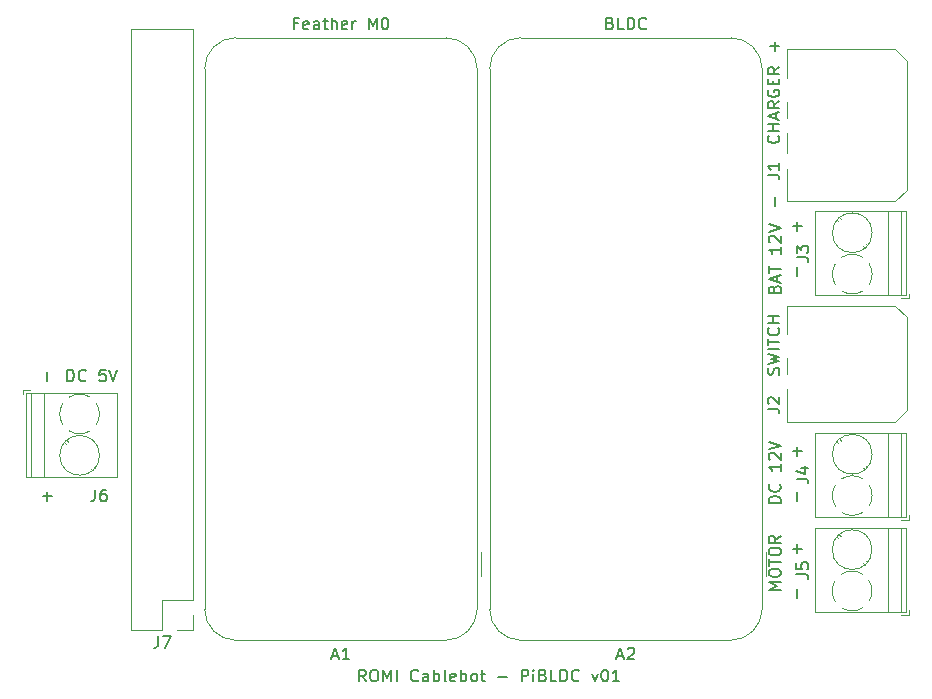
<source format=gbr>
%TF.GenerationSoftware,KiCad,Pcbnew,6.0.2+dfsg-1*%
%TF.CreationDate,2023-08-16T15:29:05+02:00*%
%TF.ProjectId,PiBLDC,5069424c-4443-42e6-9b69-6361645f7063,v01*%
%TF.SameCoordinates,Original*%
%TF.FileFunction,Legend,Top*%
%TF.FilePolarity,Positive*%
%FSLAX46Y46*%
G04 Gerber Fmt 4.6, Leading zero omitted, Abs format (unit mm)*
G04 Created by KiCad (PCBNEW 6.0.2+dfsg-1) date 2023-08-16 15:29:05*
%MOMM*%
%LPD*%
G01*
G04 APERTURE LIST*
%ADD10C,0.150000*%
%ADD11C,0.120000*%
G04 APERTURE END LIST*
D10*
X176111428Y-101965952D02*
X176111428Y-101204047D01*
X112611428Y-91805952D02*
X112611428Y-91044047D01*
X176111428Y-106410952D02*
X176111428Y-105649047D01*
X176492380Y-106030000D02*
X175730476Y-106030000D01*
X176111428Y-79105952D02*
X176111428Y-78344047D01*
X176492380Y-78725000D02*
X175730476Y-78725000D01*
X112611428Y-101965952D02*
X112611428Y-101204047D01*
X112992380Y-101585000D02*
X112230476Y-101585000D01*
X176111428Y-98155952D02*
X176111428Y-97394047D01*
X176492380Y-97775000D02*
X175730476Y-97775000D01*
X176111428Y-82915952D02*
X176111428Y-82154047D01*
X174206428Y-77013952D02*
X174206428Y-76252047D01*
X139576428Y-117277380D02*
X139243095Y-116801190D01*
X139005000Y-117277380D02*
X139005000Y-116277380D01*
X139385952Y-116277380D01*
X139481190Y-116325000D01*
X139528809Y-116372619D01*
X139576428Y-116467857D01*
X139576428Y-116610714D01*
X139528809Y-116705952D01*
X139481190Y-116753571D01*
X139385952Y-116801190D01*
X139005000Y-116801190D01*
X140195476Y-116277380D02*
X140385952Y-116277380D01*
X140481190Y-116325000D01*
X140576428Y-116420238D01*
X140624047Y-116610714D01*
X140624047Y-116944047D01*
X140576428Y-117134523D01*
X140481190Y-117229761D01*
X140385952Y-117277380D01*
X140195476Y-117277380D01*
X140100238Y-117229761D01*
X140005000Y-117134523D01*
X139957380Y-116944047D01*
X139957380Y-116610714D01*
X140005000Y-116420238D01*
X140100238Y-116325000D01*
X140195476Y-116277380D01*
X141052619Y-117277380D02*
X141052619Y-116277380D01*
X141385952Y-116991666D01*
X141719285Y-116277380D01*
X141719285Y-117277380D01*
X142195476Y-117277380D02*
X142195476Y-116277380D01*
X144005000Y-117182142D02*
X143957380Y-117229761D01*
X143814523Y-117277380D01*
X143719285Y-117277380D01*
X143576428Y-117229761D01*
X143481190Y-117134523D01*
X143433571Y-117039285D01*
X143385952Y-116848809D01*
X143385952Y-116705952D01*
X143433571Y-116515476D01*
X143481190Y-116420238D01*
X143576428Y-116325000D01*
X143719285Y-116277380D01*
X143814523Y-116277380D01*
X143957380Y-116325000D01*
X144005000Y-116372619D01*
X144862142Y-117277380D02*
X144862142Y-116753571D01*
X144814523Y-116658333D01*
X144719285Y-116610714D01*
X144528809Y-116610714D01*
X144433571Y-116658333D01*
X144862142Y-117229761D02*
X144766904Y-117277380D01*
X144528809Y-117277380D01*
X144433571Y-117229761D01*
X144385952Y-117134523D01*
X144385952Y-117039285D01*
X144433571Y-116944047D01*
X144528809Y-116896428D01*
X144766904Y-116896428D01*
X144862142Y-116848809D01*
X145338333Y-117277380D02*
X145338333Y-116277380D01*
X145338333Y-116658333D02*
X145433571Y-116610714D01*
X145624047Y-116610714D01*
X145719285Y-116658333D01*
X145766904Y-116705952D01*
X145814523Y-116801190D01*
X145814523Y-117086904D01*
X145766904Y-117182142D01*
X145719285Y-117229761D01*
X145624047Y-117277380D01*
X145433571Y-117277380D01*
X145338333Y-117229761D01*
X146385952Y-117277380D02*
X146290714Y-117229761D01*
X146243095Y-117134523D01*
X146243095Y-116277380D01*
X147147857Y-117229761D02*
X147052619Y-117277380D01*
X146862142Y-117277380D01*
X146766904Y-117229761D01*
X146719285Y-117134523D01*
X146719285Y-116753571D01*
X146766904Y-116658333D01*
X146862142Y-116610714D01*
X147052619Y-116610714D01*
X147147857Y-116658333D01*
X147195476Y-116753571D01*
X147195476Y-116848809D01*
X146719285Y-116944047D01*
X147624047Y-117277380D02*
X147624047Y-116277380D01*
X147624047Y-116658333D02*
X147719285Y-116610714D01*
X147909761Y-116610714D01*
X148005000Y-116658333D01*
X148052619Y-116705952D01*
X148100238Y-116801190D01*
X148100238Y-117086904D01*
X148052619Y-117182142D01*
X148005000Y-117229761D01*
X147909761Y-117277380D01*
X147719285Y-117277380D01*
X147624047Y-117229761D01*
X148671666Y-117277380D02*
X148576428Y-117229761D01*
X148528809Y-117182142D01*
X148481190Y-117086904D01*
X148481190Y-116801190D01*
X148528809Y-116705952D01*
X148576428Y-116658333D01*
X148671666Y-116610714D01*
X148814523Y-116610714D01*
X148909761Y-116658333D01*
X148957380Y-116705952D01*
X149005000Y-116801190D01*
X149005000Y-117086904D01*
X148957380Y-117182142D01*
X148909761Y-117229761D01*
X148814523Y-117277380D01*
X148671666Y-117277380D01*
X149290714Y-116610714D02*
X149671666Y-116610714D01*
X149433571Y-116277380D02*
X149433571Y-117134523D01*
X149481190Y-117229761D01*
X149576428Y-117277380D01*
X149671666Y-117277380D01*
X150766904Y-116896428D02*
X151528809Y-116896428D01*
X152766904Y-117277380D02*
X152766904Y-116277380D01*
X153147857Y-116277380D01*
X153243095Y-116325000D01*
X153290714Y-116372619D01*
X153338333Y-116467857D01*
X153338333Y-116610714D01*
X153290714Y-116705952D01*
X153243095Y-116753571D01*
X153147857Y-116801190D01*
X152766904Y-116801190D01*
X153766904Y-117277380D02*
X153766904Y-116610714D01*
X153766904Y-116277380D02*
X153719285Y-116325000D01*
X153766904Y-116372619D01*
X153814523Y-116325000D01*
X153766904Y-116277380D01*
X153766904Y-116372619D01*
X154576428Y-116753571D02*
X154719285Y-116801190D01*
X154766904Y-116848809D01*
X154814523Y-116944047D01*
X154814523Y-117086904D01*
X154766904Y-117182142D01*
X154719285Y-117229761D01*
X154624047Y-117277380D01*
X154243095Y-117277380D01*
X154243095Y-116277380D01*
X154576428Y-116277380D01*
X154671666Y-116325000D01*
X154719285Y-116372619D01*
X154766904Y-116467857D01*
X154766904Y-116563095D01*
X154719285Y-116658333D01*
X154671666Y-116705952D01*
X154576428Y-116753571D01*
X154243095Y-116753571D01*
X155719285Y-117277380D02*
X155243095Y-117277380D01*
X155243095Y-116277380D01*
X156052619Y-117277380D02*
X156052619Y-116277380D01*
X156290714Y-116277380D01*
X156433571Y-116325000D01*
X156528809Y-116420238D01*
X156576428Y-116515476D01*
X156624047Y-116705952D01*
X156624047Y-116848809D01*
X156576428Y-117039285D01*
X156528809Y-117134523D01*
X156433571Y-117229761D01*
X156290714Y-117277380D01*
X156052619Y-117277380D01*
X157624047Y-117182142D02*
X157576428Y-117229761D01*
X157433571Y-117277380D01*
X157338333Y-117277380D01*
X157195476Y-117229761D01*
X157100238Y-117134523D01*
X157052619Y-117039285D01*
X157005000Y-116848809D01*
X157005000Y-116705952D01*
X157052619Y-116515476D01*
X157100238Y-116420238D01*
X157195476Y-116325000D01*
X157338333Y-116277380D01*
X157433571Y-116277380D01*
X157576428Y-116325000D01*
X157624047Y-116372619D01*
X158719285Y-116610714D02*
X158957380Y-117277380D01*
X159195476Y-116610714D01*
X159766904Y-116277380D02*
X159862142Y-116277380D01*
X159957380Y-116325000D01*
X160005000Y-116372619D01*
X160052619Y-116467857D01*
X160100238Y-116658333D01*
X160100238Y-116896428D01*
X160052619Y-117086904D01*
X160005000Y-117182142D01*
X159957380Y-117229761D01*
X159862142Y-117277380D01*
X159766904Y-117277380D01*
X159671666Y-117229761D01*
X159624047Y-117182142D01*
X159576428Y-117086904D01*
X159528809Y-116896428D01*
X159528809Y-116658333D01*
X159576428Y-116467857D01*
X159624047Y-116372619D01*
X159671666Y-116325000D01*
X159766904Y-116277380D01*
X161052619Y-117277380D02*
X160481190Y-117277380D01*
X160766904Y-117277380D02*
X160766904Y-116277380D01*
X160671666Y-116420238D01*
X160576428Y-116515476D01*
X160481190Y-116563095D01*
X176111428Y-110220952D02*
X176111428Y-109459047D01*
X174206428Y-63865952D02*
X174206428Y-63104047D01*
X174587380Y-63485000D02*
X173825476Y-63485000D01*
%TO.C,J7*%
X121996666Y-113412380D02*
X121996666Y-114126666D01*
X121949047Y-114269523D01*
X121853809Y-114364761D01*
X121710952Y-114412380D01*
X121615714Y-114412380D01*
X122377619Y-113412380D02*
X123044285Y-113412380D01*
X122615714Y-114412380D01*
%TO.C,A2*%
X160878214Y-115116666D02*
X161354404Y-115116666D01*
X160782976Y-115402380D02*
X161116309Y-114402380D01*
X161449642Y-115402380D01*
X161735357Y-114497619D02*
X161782976Y-114450000D01*
X161878214Y-114402380D01*
X162116309Y-114402380D01*
X162211547Y-114450000D01*
X162259166Y-114497619D01*
X162306785Y-114592857D01*
X162306785Y-114688095D01*
X162259166Y-114830952D01*
X161687738Y-115402380D01*
X162306785Y-115402380D01*
X160259166Y-61538571D02*
X160402023Y-61586190D01*
X160449642Y-61633809D01*
X160497261Y-61729047D01*
X160497261Y-61871904D01*
X160449642Y-61967142D01*
X160402023Y-62014761D01*
X160306785Y-62062380D01*
X159925833Y-62062380D01*
X159925833Y-61062380D01*
X160259166Y-61062380D01*
X160354404Y-61110000D01*
X160402023Y-61157619D01*
X160449642Y-61252857D01*
X160449642Y-61348095D01*
X160402023Y-61443333D01*
X160354404Y-61490952D01*
X160259166Y-61538571D01*
X159925833Y-61538571D01*
X161402023Y-62062380D02*
X160925833Y-62062380D01*
X160925833Y-61062380D01*
X161735357Y-62062380D02*
X161735357Y-61062380D01*
X161973452Y-61062380D01*
X162116309Y-61110000D01*
X162211547Y-61205238D01*
X162259166Y-61300476D01*
X162306785Y-61490952D01*
X162306785Y-61633809D01*
X162259166Y-61824285D01*
X162211547Y-61919523D01*
X162116309Y-62014761D01*
X161973452Y-62062380D01*
X161735357Y-62062380D01*
X163306785Y-61967142D02*
X163259166Y-62014761D01*
X163116309Y-62062380D01*
X163021071Y-62062380D01*
X162878214Y-62014761D01*
X162782976Y-61919523D01*
X162735357Y-61824285D01*
X162687738Y-61633809D01*
X162687738Y-61490952D01*
X162735357Y-61300476D01*
X162782976Y-61205238D01*
X162878214Y-61110000D01*
X163021071Y-61062380D01*
X163116309Y-61062380D01*
X163259166Y-61110000D01*
X163306785Y-61157619D01*
%TO.C,J3*%
X176056380Y-81372333D02*
X176770666Y-81372333D01*
X176913523Y-81419952D01*
X177008761Y-81515190D01*
X177056380Y-81658047D01*
X177056380Y-81753285D01*
X176056380Y-80991380D02*
X176056380Y-80372333D01*
X176437333Y-80705666D01*
X176437333Y-80562809D01*
X176484952Y-80467571D01*
X176532571Y-80419952D01*
X176627809Y-80372333D01*
X176865904Y-80372333D01*
X176961142Y-80419952D01*
X177008761Y-80467571D01*
X177056380Y-80562809D01*
X177056380Y-80848523D01*
X177008761Y-80943761D01*
X176961142Y-80991380D01*
X174178571Y-84046000D02*
X174226190Y-83903142D01*
X174273809Y-83855523D01*
X174369047Y-83807904D01*
X174511904Y-83807904D01*
X174607142Y-83855523D01*
X174654761Y-83903142D01*
X174702380Y-83998380D01*
X174702380Y-84379333D01*
X173702380Y-84379333D01*
X173702380Y-84046000D01*
X173750000Y-83950761D01*
X173797619Y-83903142D01*
X173892857Y-83855523D01*
X173988095Y-83855523D01*
X174083333Y-83903142D01*
X174130952Y-83950761D01*
X174178571Y-84046000D01*
X174178571Y-84379333D01*
X174416666Y-83426952D02*
X174416666Y-82950761D01*
X174702380Y-83522190D02*
X173702380Y-83188857D01*
X174702380Y-82855523D01*
X173702380Y-82665047D02*
X173702380Y-82093619D01*
X174702380Y-82379333D02*
X173702380Y-82379333D01*
X174702380Y-80474571D02*
X174702380Y-81046000D01*
X174702380Y-80760285D02*
X173702380Y-80760285D01*
X173845238Y-80855523D01*
X173940476Y-80950761D01*
X173988095Y-81046000D01*
X173797619Y-80093619D02*
X173750000Y-80046000D01*
X173702380Y-79950761D01*
X173702380Y-79712666D01*
X173750000Y-79617428D01*
X173797619Y-79569809D01*
X173892857Y-79522190D01*
X173988095Y-79522190D01*
X174130952Y-79569809D01*
X174702380Y-80141238D01*
X174702380Y-79522190D01*
X173702380Y-79236476D02*
X174702380Y-78903142D01*
X173702380Y-78569809D01*
%TO.C,J1*%
X173598380Y-74389333D02*
X174312666Y-74389333D01*
X174455523Y-74436952D01*
X174550761Y-74532190D01*
X174598380Y-74675047D01*
X174598380Y-74770285D01*
X174598380Y-73389333D02*
X174598380Y-73960761D01*
X174598380Y-73675047D02*
X173598380Y-73675047D01*
X173741238Y-73770285D01*
X173836476Y-73865523D01*
X173884095Y-73960761D01*
X174503142Y-71063238D02*
X174550761Y-71110857D01*
X174598380Y-71253714D01*
X174598380Y-71348952D01*
X174550761Y-71491809D01*
X174455523Y-71587047D01*
X174360285Y-71634666D01*
X174169809Y-71682285D01*
X174026952Y-71682285D01*
X173836476Y-71634666D01*
X173741238Y-71587047D01*
X173646000Y-71491809D01*
X173598380Y-71348952D01*
X173598380Y-71253714D01*
X173646000Y-71110857D01*
X173693619Y-71063238D01*
X174598380Y-70634666D02*
X173598380Y-70634666D01*
X174074571Y-70634666D02*
X174074571Y-70063238D01*
X174598380Y-70063238D02*
X173598380Y-70063238D01*
X174312666Y-69634666D02*
X174312666Y-69158476D01*
X174598380Y-69729904D02*
X173598380Y-69396571D01*
X174598380Y-69063238D01*
X174598380Y-68158476D02*
X174122190Y-68491809D01*
X174598380Y-68729904D02*
X173598380Y-68729904D01*
X173598380Y-68348952D01*
X173646000Y-68253714D01*
X173693619Y-68206095D01*
X173788857Y-68158476D01*
X173931714Y-68158476D01*
X174026952Y-68206095D01*
X174074571Y-68253714D01*
X174122190Y-68348952D01*
X174122190Y-68729904D01*
X173646000Y-67206095D02*
X173598380Y-67301333D01*
X173598380Y-67444190D01*
X173646000Y-67587047D01*
X173741238Y-67682285D01*
X173836476Y-67729904D01*
X174026952Y-67777523D01*
X174169809Y-67777523D01*
X174360285Y-67729904D01*
X174455523Y-67682285D01*
X174550761Y-67587047D01*
X174598380Y-67444190D01*
X174598380Y-67348952D01*
X174550761Y-67206095D01*
X174503142Y-67158476D01*
X174169809Y-67158476D01*
X174169809Y-67348952D01*
X174074571Y-66729904D02*
X174074571Y-66396571D01*
X174598380Y-66253714D02*
X174598380Y-66729904D01*
X173598380Y-66729904D01*
X173598380Y-66253714D01*
X174598380Y-65253714D02*
X174122190Y-65587047D01*
X174598380Y-65825142D02*
X173598380Y-65825142D01*
X173598380Y-65444190D01*
X173646000Y-65348952D01*
X173693619Y-65301333D01*
X173788857Y-65253714D01*
X173931714Y-65253714D01*
X174026952Y-65301333D01*
X174074571Y-65348952D01*
X174122190Y-65444190D01*
X174122190Y-65825142D01*
%TO.C,J2*%
X173598380Y-94201333D02*
X174312666Y-94201333D01*
X174455523Y-94248952D01*
X174550761Y-94344190D01*
X174598380Y-94487047D01*
X174598380Y-94582285D01*
X173693619Y-93772761D02*
X173646000Y-93725142D01*
X173598380Y-93629904D01*
X173598380Y-93391809D01*
X173646000Y-93296571D01*
X173693619Y-93248952D01*
X173788857Y-93201333D01*
X173884095Y-93201333D01*
X174026952Y-93248952D01*
X174598380Y-93820380D01*
X174598380Y-93201333D01*
X174550761Y-91288000D02*
X174598380Y-91145142D01*
X174598380Y-90907047D01*
X174550761Y-90811809D01*
X174503142Y-90764190D01*
X174407904Y-90716571D01*
X174312666Y-90716571D01*
X174217428Y-90764190D01*
X174169809Y-90811809D01*
X174122190Y-90907047D01*
X174074571Y-91097523D01*
X174026952Y-91192761D01*
X173979333Y-91240380D01*
X173884095Y-91288000D01*
X173788857Y-91288000D01*
X173693619Y-91240380D01*
X173646000Y-91192761D01*
X173598380Y-91097523D01*
X173598380Y-90859428D01*
X173646000Y-90716571D01*
X173598380Y-90383238D02*
X174598380Y-90145142D01*
X173884095Y-89954666D01*
X174598380Y-89764190D01*
X173598380Y-89526095D01*
X174598380Y-89145142D02*
X173598380Y-89145142D01*
X173598380Y-88811809D02*
X173598380Y-88240380D01*
X174598380Y-88526095D02*
X173598380Y-88526095D01*
X174503142Y-87335619D02*
X174550761Y-87383238D01*
X174598380Y-87526095D01*
X174598380Y-87621333D01*
X174550761Y-87764190D01*
X174455523Y-87859428D01*
X174360285Y-87907047D01*
X174169809Y-87954666D01*
X174026952Y-87954666D01*
X173836476Y-87907047D01*
X173741238Y-87859428D01*
X173646000Y-87764190D01*
X173598380Y-87621333D01*
X173598380Y-87526095D01*
X173646000Y-87383238D01*
X173693619Y-87335619D01*
X174598380Y-86907047D02*
X173598380Y-86907047D01*
X174074571Y-86907047D02*
X174074571Y-86335619D01*
X174598380Y-86335619D02*
X173598380Y-86335619D01*
%TO.C,J5*%
X176042380Y-108199333D02*
X176756666Y-108199333D01*
X176899523Y-108246952D01*
X176994761Y-108342190D01*
X177042380Y-108485047D01*
X177042380Y-108580285D01*
X176042380Y-107246952D02*
X176042380Y-107723142D01*
X176518571Y-107770761D01*
X176470952Y-107723142D01*
X176423333Y-107627904D01*
X176423333Y-107389809D01*
X176470952Y-107294571D01*
X176518571Y-107246952D01*
X176613809Y-107199333D01*
X176851904Y-107199333D01*
X176947142Y-107246952D01*
X176994761Y-107294571D01*
X177042380Y-107389809D01*
X177042380Y-107627904D01*
X176994761Y-107723142D01*
X176947142Y-107770761D01*
X174702380Y-109511904D02*
X173702380Y-109511904D01*
X174416666Y-109178571D01*
X173702380Y-108845238D01*
X174702380Y-108845238D01*
X173702380Y-108178571D02*
X173702380Y-107988095D01*
X173750000Y-107892857D01*
X173845238Y-107797619D01*
X174035714Y-107750000D01*
X174369047Y-107750000D01*
X174559523Y-107797619D01*
X174654761Y-107892857D01*
X174702380Y-107988095D01*
X174702380Y-108178571D01*
X174654761Y-108273809D01*
X174559523Y-108369047D01*
X174369047Y-108416666D01*
X174035714Y-108416666D01*
X173845238Y-108369047D01*
X173750000Y-108273809D01*
X173702380Y-108178571D01*
X173702380Y-107464285D02*
X173702380Y-106892857D01*
X174702380Y-107178571D02*
X173702380Y-107178571D01*
X173702380Y-106369047D02*
X173702380Y-106178571D01*
X173750000Y-106083333D01*
X173845238Y-105988095D01*
X174035714Y-105940476D01*
X174369047Y-105940476D01*
X174559523Y-105988095D01*
X174654761Y-106083333D01*
X174702380Y-106178571D01*
X174702380Y-106369047D01*
X174654761Y-106464285D01*
X174559523Y-106559523D01*
X174369047Y-106607142D01*
X174035714Y-106607142D01*
X173845238Y-106559523D01*
X173750000Y-106464285D01*
X173702380Y-106369047D01*
X174702380Y-104940476D02*
X174226190Y-105273809D01*
X174702380Y-105511904D02*
X173702380Y-105511904D01*
X173702380Y-105130952D01*
X173750000Y-105035714D01*
X173797619Y-104988095D01*
X173892857Y-104940476D01*
X174035714Y-104940476D01*
X174130952Y-104988095D01*
X174178571Y-105035714D01*
X174226190Y-105130952D01*
X174226190Y-105511904D01*
%TO.C,A1*%
X136748214Y-115116666D02*
X137224404Y-115116666D01*
X136652976Y-115402380D02*
X136986309Y-114402380D01*
X137319642Y-115402380D01*
X138176785Y-115402380D02*
X137605357Y-115402380D01*
X137891071Y-115402380D02*
X137891071Y-114402380D01*
X137795833Y-114545238D01*
X137700595Y-114640476D01*
X137605357Y-114688095D01*
X133819642Y-61538571D02*
X133486309Y-61538571D01*
X133486309Y-62062380D02*
X133486309Y-61062380D01*
X133962500Y-61062380D01*
X134724404Y-62014761D02*
X134629166Y-62062380D01*
X134438690Y-62062380D01*
X134343452Y-62014761D01*
X134295833Y-61919523D01*
X134295833Y-61538571D01*
X134343452Y-61443333D01*
X134438690Y-61395714D01*
X134629166Y-61395714D01*
X134724404Y-61443333D01*
X134772023Y-61538571D01*
X134772023Y-61633809D01*
X134295833Y-61729047D01*
X135629166Y-62062380D02*
X135629166Y-61538571D01*
X135581547Y-61443333D01*
X135486309Y-61395714D01*
X135295833Y-61395714D01*
X135200595Y-61443333D01*
X135629166Y-62014761D02*
X135533928Y-62062380D01*
X135295833Y-62062380D01*
X135200595Y-62014761D01*
X135152976Y-61919523D01*
X135152976Y-61824285D01*
X135200595Y-61729047D01*
X135295833Y-61681428D01*
X135533928Y-61681428D01*
X135629166Y-61633809D01*
X135962500Y-61395714D02*
X136343452Y-61395714D01*
X136105357Y-61062380D02*
X136105357Y-61919523D01*
X136152976Y-62014761D01*
X136248214Y-62062380D01*
X136343452Y-62062380D01*
X136676785Y-62062380D02*
X136676785Y-61062380D01*
X137105357Y-62062380D02*
X137105357Y-61538571D01*
X137057738Y-61443333D01*
X136962500Y-61395714D01*
X136819642Y-61395714D01*
X136724404Y-61443333D01*
X136676785Y-61490952D01*
X137962500Y-62014761D02*
X137867261Y-62062380D01*
X137676785Y-62062380D01*
X137581547Y-62014761D01*
X137533928Y-61919523D01*
X137533928Y-61538571D01*
X137581547Y-61443333D01*
X137676785Y-61395714D01*
X137867261Y-61395714D01*
X137962500Y-61443333D01*
X138010119Y-61538571D01*
X138010119Y-61633809D01*
X137533928Y-61729047D01*
X138438690Y-62062380D02*
X138438690Y-61395714D01*
X138438690Y-61586190D02*
X138486309Y-61490952D01*
X138533928Y-61443333D01*
X138629166Y-61395714D01*
X138724404Y-61395714D01*
X139819642Y-62062380D02*
X139819642Y-61062380D01*
X140152976Y-61776666D01*
X140486309Y-61062380D01*
X140486309Y-62062380D01*
X141152976Y-61062380D02*
X141248214Y-61062380D01*
X141343452Y-61110000D01*
X141391071Y-61157619D01*
X141438690Y-61252857D01*
X141486309Y-61443333D01*
X141486309Y-61681428D01*
X141438690Y-61871904D01*
X141391071Y-61967142D01*
X141343452Y-62014761D01*
X141248214Y-62062380D01*
X141152976Y-62062380D01*
X141057738Y-62014761D01*
X141010119Y-61967142D01*
X140962500Y-61871904D01*
X140914880Y-61681428D01*
X140914880Y-61443333D01*
X140962500Y-61252857D01*
X141010119Y-61157619D01*
X141057738Y-61110000D01*
X141152976Y-61062380D01*
%TO.C,J4*%
X176056380Y-100122333D02*
X176770666Y-100122333D01*
X176913523Y-100169952D01*
X177008761Y-100265190D01*
X177056380Y-100408047D01*
X177056380Y-100503285D01*
X176389714Y-99217571D02*
X177056380Y-99217571D01*
X176008761Y-99455666D02*
X176723047Y-99693761D01*
X176723047Y-99074714D01*
X174702380Y-102157809D02*
X173702380Y-102157809D01*
X173702380Y-101919714D01*
X173750000Y-101776857D01*
X173845238Y-101681619D01*
X173940476Y-101634000D01*
X174130952Y-101586380D01*
X174273809Y-101586380D01*
X174464285Y-101634000D01*
X174559523Y-101681619D01*
X174654761Y-101776857D01*
X174702380Y-101919714D01*
X174702380Y-102157809D01*
X174607142Y-100586380D02*
X174654761Y-100634000D01*
X174702380Y-100776857D01*
X174702380Y-100872095D01*
X174654761Y-101014952D01*
X174559523Y-101110190D01*
X174464285Y-101157809D01*
X174273809Y-101205428D01*
X174130952Y-101205428D01*
X173940476Y-101157809D01*
X173845238Y-101110190D01*
X173750000Y-101014952D01*
X173702380Y-100872095D01*
X173702380Y-100776857D01*
X173750000Y-100634000D01*
X173797619Y-100586380D01*
X174702380Y-98872095D02*
X174702380Y-99443523D01*
X174702380Y-99157809D02*
X173702380Y-99157809D01*
X173845238Y-99253047D01*
X173940476Y-99348285D01*
X173988095Y-99443523D01*
X173797619Y-98491142D02*
X173750000Y-98443523D01*
X173702380Y-98348285D01*
X173702380Y-98110190D01*
X173750000Y-98014952D01*
X173797619Y-97967333D01*
X173892857Y-97919714D01*
X173988095Y-97919714D01*
X174130952Y-97967333D01*
X174702380Y-98538761D01*
X174702380Y-97919714D01*
X173702380Y-97634000D02*
X174702380Y-97300666D01*
X173702380Y-96967333D01*
%TO.C,J6*%
X116651666Y-101037380D02*
X116651666Y-101751666D01*
X116604047Y-101894523D01*
X116508809Y-101989761D01*
X116365952Y-102037380D01*
X116270714Y-102037380D01*
X117556428Y-101037380D02*
X117365952Y-101037380D01*
X117270714Y-101085000D01*
X117223095Y-101132619D01*
X117127857Y-101275476D01*
X117080238Y-101465952D01*
X117080238Y-101846904D01*
X117127857Y-101942142D01*
X117175476Y-101989761D01*
X117270714Y-102037380D01*
X117461190Y-102037380D01*
X117556428Y-101989761D01*
X117604047Y-101942142D01*
X117651666Y-101846904D01*
X117651666Y-101608809D01*
X117604047Y-101513571D01*
X117556428Y-101465952D01*
X117461190Y-101418333D01*
X117270714Y-101418333D01*
X117175476Y-101465952D01*
X117127857Y-101513571D01*
X117080238Y-101608809D01*
X114302380Y-91877380D02*
X114302380Y-90877380D01*
X114540476Y-90877380D01*
X114683333Y-90925000D01*
X114778571Y-91020238D01*
X114826190Y-91115476D01*
X114873809Y-91305952D01*
X114873809Y-91448809D01*
X114826190Y-91639285D01*
X114778571Y-91734523D01*
X114683333Y-91829761D01*
X114540476Y-91877380D01*
X114302380Y-91877380D01*
X115873809Y-91782142D02*
X115826190Y-91829761D01*
X115683333Y-91877380D01*
X115588095Y-91877380D01*
X115445238Y-91829761D01*
X115350000Y-91734523D01*
X115302380Y-91639285D01*
X115254761Y-91448809D01*
X115254761Y-91305952D01*
X115302380Y-91115476D01*
X115350000Y-91020238D01*
X115445238Y-90925000D01*
X115588095Y-90877380D01*
X115683333Y-90877380D01*
X115826190Y-90925000D01*
X115873809Y-90972619D01*
X117540476Y-90877380D02*
X117064285Y-90877380D01*
X117016666Y-91353571D01*
X117064285Y-91305952D01*
X117159523Y-91258333D01*
X117397619Y-91258333D01*
X117492857Y-91305952D01*
X117540476Y-91353571D01*
X117588095Y-91448809D01*
X117588095Y-91686904D01*
X117540476Y-91782142D01*
X117492857Y-91829761D01*
X117397619Y-91877380D01*
X117159523Y-91877380D01*
X117064285Y-91829761D01*
X117016666Y-91782142D01*
X117873809Y-90877380D02*
X118207142Y-91877380D01*
X118540476Y-90877380D01*
D11*
%TO.C,J7*%
X122330000Y-110360000D02*
X122330000Y-112960000D01*
X124930000Y-62040000D02*
X119730000Y-62040000D01*
X122330000Y-112960000D02*
X119730000Y-112960000D01*
X119730000Y-112960000D02*
X119730000Y-62040000D01*
X124930000Y-112960000D02*
X123600000Y-112960000D01*
X124930000Y-111630000D02*
X124930000Y-112960000D01*
X124930000Y-110360000D02*
X122330000Y-110360000D01*
X124930000Y-110360000D02*
X124930000Y-62040000D01*
%TO.C,A2*%
X173452500Y-106330000D02*
X173452500Y-108330000D01*
X173132500Y-111140000D02*
X173132500Y-65420000D01*
X152702500Y-113790000D02*
X170482500Y-113790000D01*
X152702500Y-62770000D02*
X170482500Y-62770000D01*
X150052500Y-111140000D02*
X150052500Y-65420000D01*
X170482500Y-113790000D02*
G75*
G03*
X173132500Y-111140000I0J2650000D01*
G01*
X152702500Y-62770000D02*
G75*
G03*
X150052500Y-65420000I0J-2650000D01*
G01*
X150052500Y-111140000D02*
G75*
G03*
X152702500Y-113790000I2650000J0D01*
G01*
X173132500Y-65420000D02*
G75*
G03*
X170482500Y-62770000I-2650000J0D01*
G01*
%TO.C,J3*%
X177604000Y-84599000D02*
X185324000Y-84599000D01*
X179695000Y-78014000D02*
X179823000Y-78143000D01*
X181945000Y-80264000D02*
X182038000Y-80358000D01*
X184924000Y-84839000D02*
X185564000Y-84839000D01*
X185564000Y-84839000D02*
X185564000Y-84439000D01*
X177604000Y-77479000D02*
X185324000Y-77479000D01*
X185324000Y-84599000D02*
X185324000Y-77479000D01*
X179489000Y-78219000D02*
X179583000Y-78313000D01*
X184864000Y-84599000D02*
X184864000Y-77479000D01*
X177604000Y-84599000D02*
X177604000Y-77479000D01*
X183764000Y-84599000D02*
X183764000Y-77479000D01*
X181705000Y-80434000D02*
X181833000Y-80563000D01*
X182204000Y-83655000D02*
G75*
G03*
X182444099Y-82760326I-1440014J866003D01*
G01*
X179323999Y-81923000D02*
G75*
G03*
X179338642Y-83678894I1439999J-866000D01*
G01*
X179898000Y-84229001D02*
G75*
G03*
X181653894Y-84214358I866000J1439999D01*
G01*
X181655000Y-81364000D02*
G75*
G03*
X179873807Y-81363496I-891000J-1425003D01*
G01*
X182444000Y-82789000D02*
G75*
G03*
X182188721Y-81898736I-1679990J3D01*
G01*
X182444000Y-79289000D02*
G75*
G03*
X182444000Y-79289000I-1680000J0D01*
G01*
%TO.C,J1*%
X175261000Y-68208000D02*
X175261000Y-69546233D01*
X175261000Y-76633000D02*
X175261000Y-73849767D01*
X184381000Y-63763000D02*
X185381000Y-64763000D01*
X185381000Y-64763000D02*
X185381000Y-75633000D01*
X175261000Y-63763000D02*
X175261000Y-66188000D01*
X184381000Y-76633000D02*
X175261000Y-76633000D01*
X175261000Y-63763000D02*
X184381000Y-63763000D01*
X175261000Y-70849767D02*
X175261000Y-72546233D01*
X185381000Y-75633000D02*
X184381000Y-76633000D01*
%TO.C,J2*%
X185381000Y-86456000D02*
X185381000Y-94326000D01*
X175261000Y-89901000D02*
X175261000Y-91239233D01*
X184381000Y-85456000D02*
X185381000Y-86456000D01*
X175261000Y-95326000D02*
X175261000Y-92542767D01*
X185381000Y-94326000D02*
X184381000Y-95326000D01*
X184381000Y-95326000D02*
X175261000Y-95326000D01*
X175261000Y-85456000D02*
X175261000Y-87881000D01*
X175261000Y-85456000D02*
X184381000Y-85456000D01*
%TO.C,J5*%
X177590000Y-111426000D02*
X185310000Y-111426000D01*
X185550000Y-111666000D02*
X185550000Y-111266000D01*
X179475000Y-105046000D02*
X179569000Y-105140000D01*
X184850000Y-111426000D02*
X184850000Y-104306000D01*
X177590000Y-111426000D02*
X177590000Y-104306000D01*
X177590000Y-104306000D02*
X185310000Y-104306000D01*
X183750000Y-111426000D02*
X183750000Y-104306000D01*
X181691000Y-107261000D02*
X181819000Y-107390000D01*
X185310000Y-111426000D02*
X185310000Y-104306000D01*
X184910000Y-111666000D02*
X185550000Y-111666000D01*
X179681000Y-104841000D02*
X179809000Y-104970000D01*
X181931000Y-107091000D02*
X182024000Y-107185000D01*
X179884000Y-111056001D02*
G75*
G03*
X181639894Y-111041358I866000J1439999D01*
G01*
X179309999Y-108750000D02*
G75*
G03*
X179324642Y-110505894I1439999J-866000D01*
G01*
X182430000Y-109616000D02*
G75*
G03*
X182174721Y-108725736I-1679990J3D01*
G01*
X181641000Y-108191000D02*
G75*
G03*
X179859807Y-108190496I-891000J-1425003D01*
G01*
X182190000Y-110482000D02*
G75*
G03*
X182430099Y-109587326I-1440014J866003D01*
G01*
X182430000Y-106116000D02*
G75*
G03*
X182430000Y-106116000I-1680000J0D01*
G01*
%TO.C,A1*%
X149322500Y-106330000D02*
X149322500Y-108330000D01*
X149002500Y-111140000D02*
X149002500Y-65420000D01*
X128572500Y-113790000D02*
X146352500Y-113790000D01*
X128572500Y-62770000D02*
X146352500Y-62770000D01*
X125922500Y-111140000D02*
X125922500Y-65420000D01*
X149002500Y-65420000D02*
G75*
G03*
X146352500Y-62770000I-2650000J0D01*
G01*
X146352500Y-113790000D02*
G75*
G03*
X149002500Y-111140000I0J2650000D01*
G01*
X128572500Y-62770000D02*
G75*
G03*
X125922500Y-65420000I0J-2650000D01*
G01*
X125922500Y-111140000D02*
G75*
G03*
X128572500Y-113790000I2650000J0D01*
G01*
%TO.C,J4*%
X177604000Y-103349000D02*
X185324000Y-103349000D01*
X179489000Y-96969000D02*
X179583000Y-97063000D01*
X177604000Y-96229000D02*
X185324000Y-96229000D01*
X181705000Y-99184000D02*
X181833000Y-99313000D01*
X184924000Y-103589000D02*
X185564000Y-103589000D01*
X179695000Y-96764000D02*
X179823000Y-96893000D01*
X185324000Y-103349000D02*
X185324000Y-96229000D01*
X185564000Y-103589000D02*
X185564000Y-103189000D01*
X183764000Y-103349000D02*
X183764000Y-96229000D01*
X184864000Y-103349000D02*
X184864000Y-96229000D01*
X177604000Y-103349000D02*
X177604000Y-96229000D01*
X181945000Y-99014000D02*
X182038000Y-99108000D01*
X182444000Y-101539000D02*
G75*
G03*
X182188721Y-100648736I-1679990J3D01*
G01*
X182204000Y-102405000D02*
G75*
G03*
X182444099Y-101510326I-1440014J866003D01*
G01*
X181655000Y-100114000D02*
G75*
G03*
X179873807Y-100113496I-891000J-1425003D01*
G01*
X179323999Y-100673000D02*
G75*
G03*
X179338642Y-102428894I1439999J-866000D01*
G01*
X179898000Y-102979001D02*
G75*
G03*
X181653894Y-102964358I866000J1439999D01*
G01*
X182444000Y-98039000D02*
G75*
G03*
X182444000Y-98039000I-1680000J0D01*
G01*
%TO.C,J6*%
X114164000Y-97155000D02*
X114071000Y-97061000D01*
X110545000Y-92580000D02*
X110545000Y-92980000D01*
X111245000Y-92820000D02*
X111245000Y-99940000D01*
X112345000Y-92820000D02*
X112345000Y-99940000D01*
X114404000Y-96985000D02*
X114276000Y-96856000D01*
X118505000Y-92820000D02*
X110785000Y-92820000D01*
X116414000Y-99405000D02*
X116286000Y-99276000D01*
X110785000Y-92820000D02*
X110785000Y-99940000D01*
X116620000Y-99200000D02*
X116526000Y-99106000D01*
X118505000Y-92820000D02*
X118505000Y-99940000D01*
X118505000Y-99940000D02*
X110785000Y-99940000D01*
X111185000Y-92580000D02*
X110545000Y-92580000D01*
X116785001Y-95496000D02*
G75*
G03*
X116770358Y-93740106I-1439999J866000D01*
G01*
X113905000Y-93764000D02*
G75*
G03*
X113664901Y-94658674I1440014J-866003D01*
G01*
X113665000Y-94630000D02*
G75*
G03*
X113920279Y-95520264I1679990J-3D01*
G01*
X114454000Y-96055000D02*
G75*
G03*
X116235193Y-96055504I891000J1425003D01*
G01*
X116211000Y-93189999D02*
G75*
G03*
X114455106Y-93204642I-866000J-1439999D01*
G01*
X117025000Y-98130000D02*
G75*
G03*
X117025000Y-98130000I-1680000J0D01*
G01*
%TD*%
M02*

</source>
